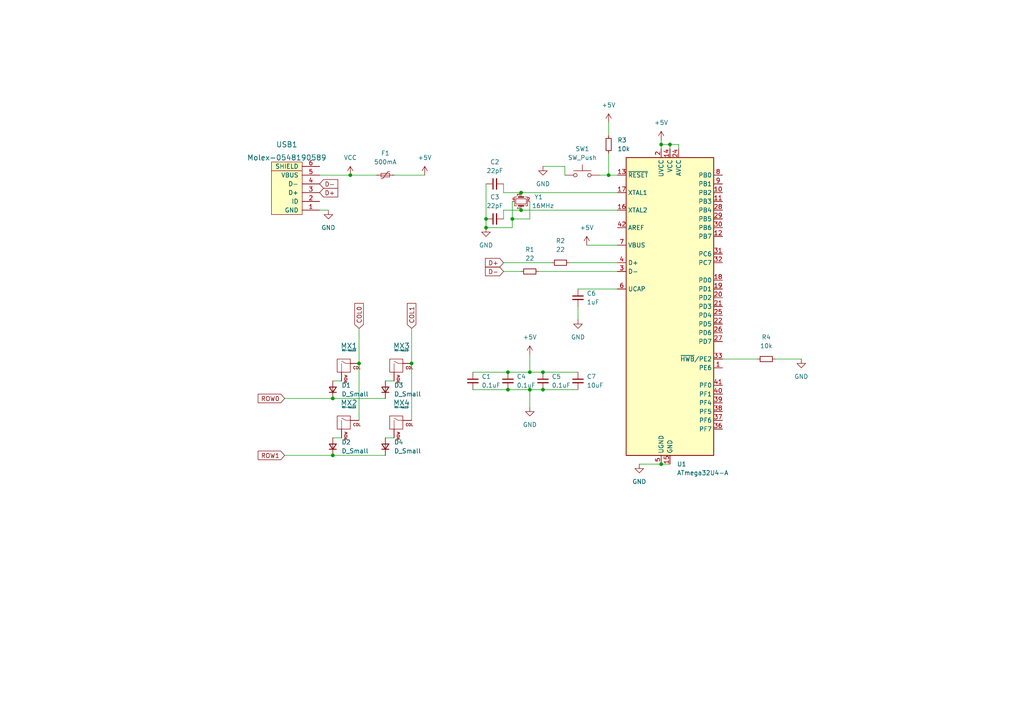
<source format=kicad_sch>
(kicad_sch (version 20211123) (generator eeschema)
  (paper "A4")
  (lib_symbols
    (symbol "Device:C_Small" (pin_numbers hide) (pin_names (offset 0.254) hide)
      (property "Reference" "C" (at 0.254 1.778 0))
      (property "Value" "C_Small" (at 0.254 -2.032 0))
      (symbol "C_Small_0_1"
        (polyline (pts (xy -1.524 -0.508) (xy 1.524 -0.508)) (stroke (width 0.3302)))
        (polyline (pts (xy -1.524 0.508) (xy 1.524 0.508)) (stroke (width 0.3048)))
      )
      (symbol "C_Small_1_1"
        (pin passive line (at 0 2.54 270) (length 2.032) (name "~") (number "1"))
        (pin passive line (at 0 -2.54 90) (length 2.032) (name "~") (number "2"))
      )
    )
    (symbol "Device:Crystal_GND24_Small" (pin_names (offset 1.016) hide)
      (property "Reference" "Y" (at 1.27 4.445 0))
      (property "Value" "Crystal_GND24_Small" (at 1.27 2.54 0))
      (symbol "Crystal_GND24_Small_0_1"
        (rectangle (start -0.762 -1.524) (end 0.762 1.524))
        (polyline (pts (xy -1.27 -0.762) (xy -1.27 0.762)) (stroke (width 0.381)))
        (polyline (pts (xy 1.27 -0.762) (xy 1.27 0.762)) (stroke (width 0.381)))
        (polyline (pts (xy -1.27 -1.27) (xy -1.27 -1.905) (xy 1.27 -1.905) (xy 1.27 -1.27)))
        (polyline (pts (xy -1.27 1.27) (xy -1.27 1.905) (xy 1.27 1.905) (xy 1.27 1.27)))
      )
      (symbol "Crystal_GND24_Small_1_1"
        (pin passive line (at -2.54 0 0) (length 1.27) (name "1") (number "1"))
        (pin passive line (at 0 -2.54 90) (length 0.635) (name "2") (number "2"))
        (pin passive line (at 2.54 0 180) (length 1.27) (name "3") (number "3"))
        (pin passive line (at 0 2.54 270) (length 0.635) (name "4") (number "4"))
      )
    )
    (symbol "Device:D_Small" (pin_numbers hide) (pin_names (offset 0.254) hide)
      (property "Reference" "D" (at -1.27 2.032 0))
      (property "Value" "D_Small" (at -3.81 -2.032 0))
      (symbol "D_Small_0_1"
        (polyline (pts (xy -0.762 -1.016) (xy -0.762 1.016)) (stroke (width 0.254)))
        (polyline (pts (xy -0.762 0) (xy 0.762 0)))
        (polyline (pts (xy 0.762 -1.016) (xy -0.762 0) (xy 0.762 1.016) (xy 0.762 -1.016)) (stroke (width 0.254)))
      )
      (symbol "D_Small_1_1"
        (pin passive line (at -2.54 0 0) (length 1.778) (name "K") (number "1"))
        (pin passive line (at 2.54 0 180) (length 1.778) (name "A") (number "2"))
      )
    )
    (symbol "Device:Polyfuse_Small" (pin_numbers hide) (pin_names (offset 0))
      (property "Reference" "F" (at -1.905 0 90))
      (property "Value" "Polyfuse_Small" (at 1.905 0 90))
      (symbol "Polyfuse_Small_0_1"
        (rectangle (start -0.508 1.27) (end 0.508 -1.27))
        (polyline (pts (xy 0 2.54) (xy 0 -2.54)))
        (polyline (pts (xy -1.016 1.27) (xy -1.016 0.762) (xy 1.016 -0.762) (xy 1.016 -1.27)))
      )
      (symbol "Polyfuse_Small_1_1"
        (pin passive line (at 0 2.54 270) (length 0.635) (name "~") (number "1"))
        (pin passive line (at 0 -2.54 90) (length 0.635) (name "~") (number "2"))
      )
    )
    (symbol "Device:R_Small" (pin_numbers hide) (pin_names (offset 0.254) hide)
      (property "Reference" "R" (at 0.762 0.508 0))
      (property "Value" "R_Small" (at 0.762 -1.016 0))
      (symbol "R_Small_0_1"
        (rectangle (start -0.762 1.778) (end 0.762 -1.778) (stroke (width 0.2032)))
      )
      (symbol "R_Small_1_1"
        (pin passive line (at 0 2.54 270) (length 0.762) (name "~") (number "1"))
        (pin passive line (at 0 -2.54 90) (length 0.762) (name "~") (number "2"))
      )
    )
    (symbol "MCU_Microchip_ATmega:ATmega32U4-A"
      (property "Reference" "U" (at -12.7 44.45 0))
      (property "Value" "ATmega32U4-A" (at 2.54 -44.45 0))
      (symbol "ATmega32U4-A_0_1"
        (rectangle (start -12.7 -43.18) (end 12.7 43.18) (stroke (width 0.254)) (fill (type background)))
      )
      (symbol "ATmega32U4-A_1_1"
        (pin bidirectional line (at 15.24 -17.78 180) (length 2.54) (name "PE6") (number "1"))
        (pin bidirectional line (at 15.24 33.02 180) (length 2.54) (name "PB2") (number "10"))
        (pin bidirectional line (at 15.24 30.48 180) (length 2.54) (name "PB3") (number "11"))
        (pin bidirectional line (at 15.24 20.32 180) (length 2.54) (name "PB7") (number "12"))
        (pin input line (at -15.24 38.1 0) (length 2.54) (name "~{RESET}") (number "13"))
        (pin power_in line (at 0 45.72 270) (length 2.54) (name "VCC") (number "14"))
        (pin power_in line (at 0 -45.72 90) (length 2.54) (name "GND") (number "15"))
        (pin output line (at -15.24 27.94 0) (length 2.54) (name "XTAL2") (number "16"))
        (pin input line (at -15.24 33.02 0) (length 2.54) (name "XTAL1") (number "17"))
        (pin bidirectional line (at 15.24 7.62 180) (length 2.54) (name "PD0") (number "18"))
        (pin bidirectional line (at 15.24 5.08 180) (length 2.54) (name "PD1") (number "19"))
        (pin power_in line (at -2.54 45.72 270) (length 2.54) (name "UVCC") (number "2"))
        (pin bidirectional line (at 15.24 2.54 180) (length 2.54) (name "PD2") (number "20"))
        (pin bidirectional line (at 15.24 0 180) (length 2.54) (name "PD3") (number "21"))
        (pin bidirectional line (at 15.24 -5.08 180) (length 2.54) (name "PD5") (number "22"))
        (pin passive line (at 0 -45.72 90) (length 2.54) hide (name "GND") (number "23"))
        (pin power_in line (at 2.54 45.72 270) (length 2.54) (name "AVCC") (number "24"))
        (pin bidirectional line (at 15.24 -2.54 180) (length 2.54) (name "PD4") (number "25"))
        (pin bidirectional line (at 15.24 -7.62 180) (length 2.54) (name "PD6") (number "26"))
        (pin bidirectional line (at 15.24 -10.16 180) (length 2.54) (name "PD7") (number "27"))
        (pin bidirectional line (at 15.24 27.94 180) (length 2.54) (name "PB4") (number "28"))
        (pin bidirectional line (at 15.24 25.4 180) (length 2.54) (name "PB5") (number "29"))
        (pin bidirectional line (at -15.24 10.16 0) (length 2.54) (name "D-") (number "3"))
        (pin bidirectional line (at 15.24 22.86 180) (length 2.54) (name "PB6") (number "30"))
        (pin bidirectional line (at 15.24 15.24 180) (length 2.54) (name "PC6") (number "31"))
        (pin bidirectional line (at 15.24 12.7 180) (length 2.54) (name "PC7") (number "32"))
        (pin bidirectional line (at 15.24 -15.24 180) (length 2.54) (name "~{HWB}/PE2") (number "33"))
        (pin passive line (at 0 45.72 270) (length 2.54) hide (name "VCC") (number "34"))
        (pin passive line (at 0 -45.72 90) (length 2.54) hide (name "GND") (number "35"))
        (pin bidirectional line (at 15.24 -35.56 180) (length 2.54) (name "PF7") (number "36"))
        (pin bidirectional line (at 15.24 -33.02 180) (length 2.54) (name "PF6") (number "37"))
        (pin bidirectional line (at 15.24 -30.48 180) (length 2.54) (name "PF5") (number "38"))
        (pin bidirectional line (at 15.24 -27.94 180) (length 2.54) (name "PF4") (number "39"))
        (pin bidirectional line (at -15.24 12.7 0) (length 2.54) (name "D+") (number "4"))
        (pin bidirectional line (at 15.24 -25.4 180) (length 2.54) (name "PF1") (number "40"))
        (pin bidirectional line (at 15.24 -22.86 180) (length 2.54) (name "PF0") (number "41"))
        (pin passive line (at -15.24 22.86 0) (length 2.54) (name "AREF") (number "42"))
        (pin passive line (at 0 -45.72 90) (length 2.54) hide (name "GND") (number "43"))
        (pin passive line (at 2.54 45.72 270) (length 2.54) hide (name "AVCC") (number "44"))
        (pin passive line (at -2.54 -45.72 90) (length 2.54) (name "UGND") (number "5"))
        (pin passive line (at -15.24 5.08 0) (length 2.54) (name "UCAP") (number "6"))
        (pin input line (at -15.24 17.78 0) (length 2.54) (name "VBUS") (number "7"))
        (pin bidirectional line (at 15.24 38.1 180) (length 2.54) (name "PB0") (number "8"))
        (pin bidirectional line (at 15.24 35.56 180) (length 2.54) (name "PB1") (number "9"))
      )
    )
    (symbol "MX_Alps_Hybrid:MX-NoLED" (pin_names (offset 1.016))
      (property "Reference" "MX" (at -0.635 3.81 0))
      (property "Value" "MX-NoLED" (at -0.635 1.27 0))
      (symbol "MX-NoLED_0_0"
        (rectangle (start -2.54 2.54) (end 1.27 -1.27))
        (polyline (pts (xy -1.27 -1.27) (xy -1.27 1.27)) (stroke (width 0.127)))
        (polyline (pts (xy 1.27 1.27) (xy 0 1.27) (xy -1.27 1.905)) (stroke (width 0.127)))
        (text "COL" (at 3.175 0 0) (effects (font (size 0.762 0.762))))
        (text "ROW" (at 0 -1.905 900) (effects (font (size 0.762 0.762)) (justify right)))
      )
      (symbol "MX-NoLED_1_1"
        (pin passive line (at 3.81 1.27 180) (length 2.54) (name "COL") (number "1"))
        (pin passive line (at -1.27 -3.81 90) (length 2.54) (name "ROW") (number "2"))
      )
    )
    (symbol "Switch:SW_Push" (pin_numbers hide) (pin_names (offset 1.016) hide)
      (property "Reference" "SW" (at 1.27 2.54 0))
      (property "Value" "SW_Push" (at 0 -1.524 0))
      (symbol "SW_Push_0_1"
        (circle (center -2.032 0) (radius 0.508))
        (polyline (pts (xy 0 1.27) (xy 0 3.048)))
        (polyline (pts (xy 2.54 1.27) (xy -2.54 1.27)))
        (circle (center 2.032 0) (radius 0.508))
        (pin passive line (at -5.08 0 0) (length 2.54) (name "1") (number "1"))
        (pin passive line (at 5.08 0 180) (length 2.54) (name "2") (number "2"))
      )
    )
    (symbol "power:+5V" (power) (pin_names (offset 0))
      (property "Value" "+5V" (at 0 3.556 0))
      (symbol "+5V_0_1"
        (polyline (pts (xy -0.762 1.27) (xy 0 2.54)))
        (polyline (pts (xy 0 0) (xy 0 2.54)))
        (polyline (pts (xy 0 2.54) (xy 0.762 1.27)))
      )
      (symbol "+5V_1_1"
        (pin power_in line (at 0 0 90) (length 0) hide (name "+5V") (number "1"))
      )
    )
    (symbol "power:GND" (power) (pin_names (offset 0))
      (property "Value" "GND" (at 0 -3.81 0))
      (symbol "GND_0_1"
        (polyline (pts (xy 0 0) (xy 0 -1.27) (xy 1.27 -1.27) (xy 0 -2.54) (xy -1.27 -1.27) (xy 0 -1.27)))
      )
      (symbol "GND_1_1"
        (pin power_in line (at 0 0 270) (length 0) hide (name "GND") (number "1"))
      )
    )
    (symbol "power:VCC" (power) (pin_names (offset 0))
      (property "Value" "VCC" (at 0 3.81 0))
      (symbol "VCC_0_1"
        (polyline (pts (xy -0.762 1.27) (xy 0 2.54)))
        (polyline (pts (xy 0 0) (xy 0 2.54)))
        (polyline (pts (xy 0 2.54) (xy 0.762 1.27)))
      )
      (symbol "VCC_1_1"
        (pin power_in line (at 0 0 90) (length 0) hide (name "VCC") (number "1"))
      )
    )
    (symbol "random-keyboard-parts:Molex-0548190589" (pin_names (offset 1.016))
      (property "Reference" "USB" (at 0 7.62 0))
      (property "Value" "Molex-0548190589" (at 0 10.16 0))
      (symbol "Molex-0548190589_0_0"
        (polyline (pts (xy 6.35 -2.54) (xy 6.35 6.35)))
        (rectangle (start 8.89 -2.54) (end -6.35 6.35) (fill (type background)))
      )
      (symbol "Molex-0548190589_1_1"
        (pin input line (at -5.08 -7.62 90) (length 5.08) (name "GND") (number "1"))
        (pin input line (at -2.54 -7.62 90) (length 5.08) (name "ID") (number "2"))
        (pin input line (at 0 -7.62 90) (length 5.08) (name "D+") (number "3"))
        (pin input line (at 2.54 -7.62 90) (length 5.08) (name "D-") (number "4"))
        (pin input line (at 5.08 -7.62 90) (length 5.08) (name "VBUS") (number "5"))
        (pin input line (at 7.62 -7.62 90) (length 5.08) (name "SHIELD") (number "6"))
      )
    )
  )
  (junction (at 157.48 113.03))
  (junction (at 104.14 105.41))
  (junction (at 147.32 107.95))
  (junction (at 140.97 63.5))
  (junction (at 151.13 55.88))
  (junction (at 157.48 107.95))
  (junction (at 151.13 60.96))
  (junction (at 191.77 134.62))
  (junction (at 119.38 105.41))
  (junction (at 101.6 50.8))
  (junction (at 191.77 41.91))
  (junction (at 176.53 50.8))
  (junction (at 153.67 107.95))
  (junction (at 194.31 41.91))
  (junction (at 140.97 66.04))
  (junction (at 148.59 63.5))
  (junction (at 96.52 115.57))
  (junction (at 153.67 113.03))
  (junction (at 147.32 113.03))
  (junction (at 96.52 132.08))
  (wire (pts (xy 119.38 95.25) (xy 119.38 105.41)))
  (wire (pts (xy 151.13 55.88) (xy 179.07 55.88)))
  (wire (pts (xy 153.67 113.03) (xy 157.48 113.03)))
  (wire (pts (xy 96.52 110.49) (xy 99.06 110.49)))
  (wire (pts (xy 191.77 41.91) (xy 191.77 43.18)))
  (wire (pts (xy 146.05 78.74) (xy 151.13 78.74)))
  (wire (pts (xy 119.38 105.41) (xy 119.38 121.92)))
  (wire (pts (xy 209.55 104.14) (xy 219.71 104.14)))
  (wire (pts (xy 191.77 134.62) (xy 194.31 134.62)))
  (wire (pts (xy 104.14 105.41) (xy 104.14 121.92)))
  (wire (pts (xy 96.52 132.08) (xy 111.76 132.08)))
  (wire (pts (xy 101.6 50.8) (xy 109.22 50.8)))
  (wire (pts (xy 92.71 50.8) (xy 101.6 50.8)))
  (wire (pts (xy 151.13 60.96) (xy 146.05 60.96)))
  (wire (pts (xy 173.99 50.8) (xy 176.53 50.8)))
  (wire (pts (xy 148.59 58.42) (xy 148.59 63.5)))
  (wire (pts (xy 92.71 60.96) (xy 95.25 60.96)))
  (wire (pts (xy 111.76 127) (xy 114.3 127)))
  (wire (pts (xy 194.31 41.91) (xy 191.77 41.91)))
  (wire (pts (xy 157.48 107.95) (xy 167.64 107.95)))
  (wire (pts (xy 96.52 115.57) (xy 111.76 115.57)))
  (wire (pts (xy 96.52 127) (xy 99.06 127)))
  (wire (pts (xy 185.42 134.62) (xy 191.77 134.62)))
  (wire (pts (xy 153.67 63.5) (xy 148.59 63.5)))
  (wire (pts (xy 148.59 63.5) (xy 148.59 66.04)))
  (wire (pts (xy 140.97 53.34) (xy 140.97 63.5)))
  (wire (pts (xy 170.18 71.12) (xy 179.07 71.12)))
  (wire (pts (xy 194.31 43.18) (xy 194.31 41.91)))
  (wire (pts (xy 165.1 76.2) (xy 179.07 76.2)))
  (wire (pts (xy 104.14 95.25) (xy 104.14 105.41)))
  (wire (pts (xy 146.05 76.2) (xy 160.02 76.2)))
  (wire (pts (xy 196.85 43.18) (xy 196.85 41.91)))
  (wire (pts (xy 191.77 40.64) (xy 191.77 41.91)))
  (wire (pts (xy 157.48 48.26) (xy 163.83 48.26)))
  (wire (pts (xy 140.97 63.5) (xy 140.97 66.04)))
  (wire (pts (xy 137.16 113.03) (xy 147.32 113.03)))
  (wire (pts (xy 167.64 83.82) (xy 179.07 83.82)))
  (wire (pts (xy 163.83 50.8) (xy 163.83 48.26)))
  (wire (pts (xy 153.67 102.87) (xy 153.67 107.95)))
  (wire (pts (xy 153.67 113.03) (xy 153.67 118.11)))
  (wire (pts (xy 82.55 132.08) (xy 96.52 132.08)))
  (wire (pts (xy 114.3 50.8) (xy 123.19 50.8)))
  (wire (pts (xy 167.64 88.9) (xy 167.64 92.71)))
  (wire (pts (xy 147.32 113.03) (xy 153.67 113.03)))
  (wire (pts (xy 176.53 44.45) (xy 176.53 50.8)))
  (wire (pts (xy 156.21 78.74) (xy 179.07 78.74)))
  (wire (pts (xy 82.55 115.57) (xy 96.52 115.57)))
  (wire (pts (xy 176.53 35.56) (xy 176.53 39.37)))
  (wire (pts (xy 151.13 55.88) (xy 146.05 55.88)))
  (wire (pts (xy 146.05 55.88) (xy 146.05 53.34)))
  (wire (pts (xy 147.32 107.95) (xy 153.67 107.95)))
  (wire (pts (xy 148.59 66.04) (xy 140.97 66.04)))
  (wire (pts (xy 111.76 110.49) (xy 114.3 110.49)))
  (wire (pts (xy 224.79 104.14) (xy 232.41 104.14)))
  (wire (pts (xy 157.48 113.03) (xy 167.64 113.03)))
  (wire (pts (xy 151.13 60.96) (xy 179.07 60.96)))
  (wire (pts (xy 137.16 107.95) (xy 147.32 107.95)))
  (wire (pts (xy 153.67 107.95) (xy 157.48 107.95)))
  (wire (pts (xy 196.85 41.91) (xy 194.31 41.91)))
  (wire (pts (xy 153.67 58.42) (xy 153.67 63.5)))
  (wire (pts (xy 176.53 50.8) (xy 179.07 50.8)))
  (wire (pts (xy 146.05 60.96) (xy 146.05 63.5)))
  (global_label "ROW1" (shape input) (at 82.55 132.08 180) (property "Intersheet References" "${INTERSHEET_REFS}" (effects hide)))
  (global_label "COL0" (shape input) (at 104.14 95.25 90) (property "Intersheet References" "${INTERSHEET_REFS}" (effects hide)))
  (global_label "D-" (shape input) (at 92.71 53.34 0) (property "Intersheet References" "${INTERSHEET_REFS}" (effects hide)))
  (global_label "D-" (shape input) (at 146.05 78.74 180) (property "Intersheet References" "${INTERSHEET_REFS}" (effects hide)))
  (global_label "ROW0" (shape input) (at 82.55 115.57 180) (property "Intersheet References" "${INTERSHEET_REFS}" (effects hide)))
  (global_label "D+" (shape input) (at 146.05 76.2 180) (property "Intersheet References" "${INTERSHEET_REFS}" (effects hide)))
  (global_label "COL1" (shape input) (at 119.38 95.25 90) (property "Intersheet References" "${INTERSHEET_REFS}" (effects hide)))
  (global_label "D+" (shape input) (at 92.71 55.88 0) (property "Intersheet References" "${INTERSHEET_REFS}" (effects hide)))
  (symbol (lib_id "power:GND") (at 157.48 48.26 0) (unit 1)
    (property "Reference" "#PWR0102" (effects hide))
    (property "Value" "GND" (at 157.48 53.34 0))
  )
  (symbol (lib_id "Device:R_Small") (at 222.25 104.14 90) (unit 1)
    (property "Reference" "R4" (at 222.25 97.79 90))
    (property "Value" "10k" (at 222.25 100.33 90))
    (property "Footprint" "Resistor_SMD:R_0805_2012Metric" (effects hide))
  )
  (symbol (lib_id "power:+5V") (at 170.18 71.12 0) (unit 1)
    (property "Reference" "#PWR0101" (effects hide))
    (property "Value" "+5V" (at 170.18 66.04 0))
  )
  (symbol (lib_id "power:GND") (at 95.25 60.96 0) (unit 1)
    (property "Reference" "#PWR0109" (effects hide))
    (property "Value" "GND" (at 95.25 66.04 0))
  )
  (symbol (lib_id "Device:C_Small") (at 137.16 110.49 0) (unit 1)
    (property "Reference" "C1" (at 139.7 109.2262 0) (effects (justify left)))
    (property "Value" "0.1uF" (at 139.7 111.7662 0) (effects (justify left)))
    (property "Footprint" "Capacitor_SMD:C_0805_2012Metric" (effects hide))
  )
  (symbol (lib_id "MX_Alps_Hybrid:MX-NoLED") (at 100.33 123.19 0) (unit 1)
    (property "Reference" "MX2" (at 101.2156 116.84 0) (effects (font (size 1.524 1.524))))
    (property "Value" "MX-NoLED" (at 101.2156 118.11 0) (effects (font (size 0.508 0.508))))
    (property "Footprint" "MX_Alps_Hybrid:MX-1U-NoLED" (effects hide))
  )
  (symbol (lib_id "power:GND") (at 185.42 134.62 0) (unit 1)
    (property "Reference" "#PWR0113" (effects hide))
    (property "Value" "GND" (at 185.42 139.7 0))
  )
  (symbol (lib_id "Device:C_Small") (at 143.51 53.34 90) (unit 1)
    (property "Reference" "C2" (at 143.5163 46.99 90))
    (property "Value" "22pF" (at 143.5163 49.53 90))
    (property "Footprint" "Capacitor_SMD:C_0805_2012Metric" (effects hide))
  )
  (symbol (lib_id "Device:C_Small") (at 147.32 110.49 0) (unit 1)
    (property "Reference" "C4" (at 149.86 109.2262 0) (effects (justify left)))
    (property "Value" "0.1uF" (at 149.86 111.7662 0) (effects (justify left)))
    (property "Footprint" "Capacitor_SMD:C_0805_2012Metric" (effects hide))
  )
  (symbol (lib_id "Switch:SW_Push") (at 168.91 50.8 0) (unit 1)
    (property "Reference" "SW1" (at 168.91 43.18 0))
    (property "Value" "SW_Push" (at 168.91 45.72 0))
    (property "Footprint" "random-keyboard-parts:SKQG-1155865" (effects hide))
  )
  (symbol (lib_id "MX_Alps_Hybrid:MX-NoLED") (at 115.57 106.68 0) (unit 1)
    (property "Reference" "MX3" (at 116.4556 100.33 0) (effects (font (size 1.524 1.524))))
    (property "Value" "MX-NoLED" (at 116.4556 101.6 0) (effects (font (size 0.508 0.508))))
    (property "Footprint" "MX_Alps_Hybrid:MX-1U-NoLED" (effects hide))
  )
  (symbol (lib_id "Device:C_Small") (at 157.48 110.49 0) (unit 1)
    (property "Reference" "C5" (at 160.02 109.2262 0) (effects (justify left)))
    (property "Value" "0.1uF" (at 160.02 111.7662 0) (effects (justify left)))
    (property "Footprint" "Capacitor_SMD:C_0805_2012Metric" (effects hide))
  )
  (symbol (lib_id "MCU_Microchip_ATmega:ATmega32U4-A") (at 194.31 88.9 0) (unit 1)
    (property "Reference" "U1" (at 196.3294 134.62 0) (effects (justify left)))
    (property "Value" "ATmega32U4-A" (at 196.3294 137.16 0) (effects (justify left)))
    (property "Footprint" "Package_QFP:TQFP-44_10x10mm_P0.8mm" (effects hide))
    (property "Datasheet" "http://ww1.microchip.com/downloads/en/DeviceDoc/Atmel-7766-8-bit-AVR-ATmega16U4-32U4_Datasheet.pdf" (effects hide))
  )
  (symbol (lib_id "Device:R_Small") (at 176.53 41.91 0) (unit 1)
    (property "Reference" "R3" (at 179.07 40.6399 0) (effects (justify left)))
    (property "Value" "10k" (at 179.07 43.1799 0) (effects (justify left)))
    (property "Footprint" "Resistor_SMD:R_0805_2012Metric" (effects hide))
  )
  (symbol (lib_id "Device:Crystal_GND24_Small") (at 151.13 58.42 90) (unit 1)
    (property "Reference" "Y1" (at 156.21 57.15 90))
    (property "Value" "16MHz" (at 157.48 59.69 90))
    (property "Footprint" "Crystal:Crystal_SMD_3225-4Pin_3.2x2.5mm" (effects hide))
  )
  (symbol (lib_id "random-keyboard-parts:Molex-0548190589") (at 85.09 55.88 90) (unit 1)
    (property "Reference" "USB1" (at 83.185 41.91 90) (effects (font (size 1.524 1.524))))
    (property "Value" "Molex-0548190589" (at 83.185 45.72 90) (effects (font (size 1.524 1.524))))
    (property "Footprint" "random-keyboard-parts:Molex-0548190589" (effects hide))
  )
  (symbol (lib_id "power:GND") (at 140.97 66.04 0) (unit 1)
    (property "Reference" "#PWR0105" (effects hide))
    (property "Value" "GND" (at 140.97 71.12 0))
  )
  (symbol (lib_id "Device:Polyfuse_Small") (at 111.76 50.8 90) (unit 1)
    (property "Reference" "F1" (at 111.76 44.45 90))
    (property "Value" "500mA" (at 111.76 46.99 90))
    (property "Footprint" "Fuse:Fuse_1206_3216Metric" (effects hide))
  )
  (symbol (lib_id "power:+5V") (at 123.19 50.8 0) (unit 1)
    (property "Reference" "#PWR0111" (effects hide))
    (property "Value" "+5V" (at 123.19 45.72 0))
  )
  (symbol (lib_id "Device:R_Small") (at 153.67 78.74 90) (unit 1)
    (property "Reference" "R1" (at 153.67 72.39 90))
    (property "Value" "22" (at 153.67 74.93 90))
    (property "Footprint" "Resistor_SMD:R_0805_2012Metric" (effects hide))
  )
  (symbol (lib_id "power:+5V") (at 191.77 40.64 0) (unit 1)
    (property "Reference" "#PWR0104" (effects hide))
    (property "Value" "+5V" (at 191.77 35.56 0))
  )
  (symbol (lib_id "MX_Alps_Hybrid:MX-NoLED") (at 100.33 106.68 0) (unit 1)
    (property "Reference" "MX1" (at 101.2156 100.33 0) (effects (font (size 1.524 1.524))))
    (property "Value" "MX-NoLED" (at 101.2156 101.6 0) (effects (font (size 0.508 0.508))))
    (property "Footprint" "MX_Alps_Hybrid:MX-1U-NoLED" (effects hide))
  )
  (symbol (lib_id "Device:R_Small") (at 162.56 76.2 90) (unit 1)
    (property "Reference" "R2" (at 162.56 69.85 90))
    (property "Value" "22" (at 162.56 72.39 90))
    (property "Footprint" "Resistor_SMD:R_0805_2012Metric" (effects hide))
  )
  (symbol (lib_id "power:GND") (at 167.64 92.71 0) (unit 1)
    (property "Reference" "#PWR0107" (effects hide))
    (property "Value" "GND" (at 167.64 97.79 0))
  )
  (symbol (lib_id "power:GND") (at 232.41 104.14 0) (unit 1)
    (property "Reference" "#PWR0112" (effects hide))
    (property "Value" "GND" (at 232.41 109.22 0))
  )
  (symbol (lib_id "power:VCC") (at 101.6 50.8 0) (unit 1)
    (property "Reference" "#PWR0110" (effects hide))
    (property "Value" "VCC" (at 101.6 45.72 0))
  )
  (symbol (lib_id "Device:D_Small") (at 111.76 113.03 90) (unit 1)
    (property "Reference" "D3" (at 114.3 111.7599 90) (effects (justify right)))
    (property "Value" "D_Small" (at 114.3 114.2999 90) (effects (justify right)))
    (property "Footprint" "Diode_SMD:D_SOD-123" (effects hide))
  )
  (symbol (lib_id "Device:C_Small") (at 143.51 63.5 90) (unit 1)
    (property "Reference" "C3" (at 143.5163 57.15 90))
    (property "Value" "22pF" (at 143.5163 59.69 90))
    (property "Footprint" "Capacitor_SMD:C_0805_2012Metric" (effects hide))
  )
  (symbol (lib_id "MX_Alps_Hybrid:MX-NoLED") (at 115.57 123.19 0) (unit 1)
    (property "Reference" "MX4" (at 116.4556 116.84 0) (effects (font (size 1.524 1.524))))
    (property "Value" "MX-NoLED" (at 116.4556 118.11 0) (effects (font (size 0.508 0.508))))
    (property "Footprint" "MX_Alps_Hybrid:MX-1U-NoLED" (effects hide))
  )
  (symbol (lib_id "Device:D_Small") (at 96.52 129.54 90) (unit 1)
    (property "Reference" "D2" (at 99.06 128.2699 90) (effects (justify right)))
    (property "Value" "D_Small" (at 99.06 130.8099 90) (effects (justify right)))
    (property "Footprint" "Diode_SMD:D_SOD-123" (effects hide))
  )
  (symbol (lib_id "Device:D_Small") (at 111.76 129.54 90) (unit 1)
    (property "Reference" "D4" (at 114.3 128.2699 90) (effects (justify right)))
    (property "Value" "D_Small" (at 114.3 130.8099 90) (effects (justify right)))
    (property "Footprint" "Diode_SMD:D_SOD-123" (effects hide))
  )
  (symbol (lib_id "power:+5V") (at 176.53 35.56 0) (unit 1)
    (property "Reference" "#PWR0103" (effects hide))
    (property "Value" "+5V" (at 176.53 30.48 0))
  )
  (symbol (lib_id "Device:D_Small") (at 96.52 113.03 90) (unit 1)
    (property "Reference" "D1" (at 99.06 111.7599 90) (effects (justify right)))
    (property "Value" "D_Small" (at 99.06 114.2999 90) (effects (justify right)))
    (property "Footprint" "Diode_SMD:D_SOD-123" (effects hide))
  )
  (symbol (lib_id "Device:C_Small") (at 167.64 110.49 0) (unit 1)
    (property "Reference" "C7" (at 170.18 109.2262 0) (effects (justify left)))
    (property "Value" "10uF" (at 170.18 111.7662 0) (effects (justify left)))
    (property "Footprint" "Capacitor_SMD:C_0805_2012Metric" (effects hide))
  )
  (symbol (lib_id "power:GND") (at 153.67 118.11 0) (unit 1)
    (property "Reference" "#PWR0106" (effects hide))
    (property "Value" "GND" (at 153.67 123.19 0))
  )
  (symbol (lib_id "power:+5V") (at 153.67 102.87 0) (unit 1)
    (property "Reference" "#PWR0108" (effects hide))
    (property "Value" "+5V" (at 153.67 97.79 0))
  )
  (symbol (lib_id "Device:C_Small") (at 167.64 86.36 0) (unit 1)
    (property "Reference" "C6" (at 170.18 85.0962 0) (effects (justify left)))
    (property "Value" "1uF" (at 170.18 87.6362 0) (effects (justify left)))
    (property "Footprint" "Capacitor_SMD:C_0805_2012Metric" (effects hide))
  )
)
</source>
